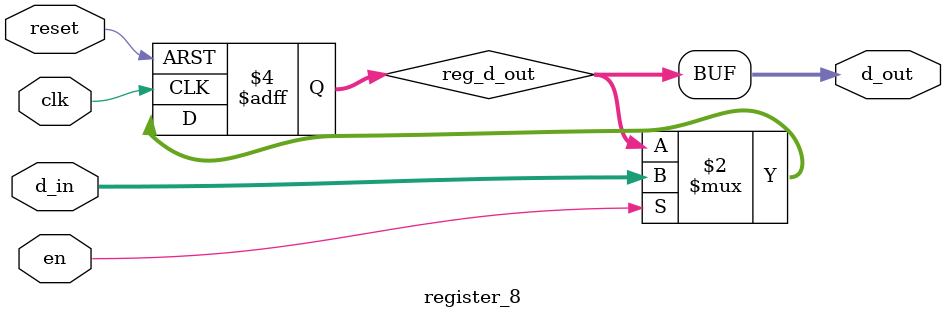
<source format=v>
module register_8 (
    input   wire [7:0]     d_in,
    input   wire            reset,
    input   wire            clk,
    input   wire            en,
    output  wire [7:0]     d_out
);
    reg [7:0] reg_d_out;
    always @(posedge clk or posedge reset) 
    begin
        if (reset) 
        begin
            reg_d_out <= 8'h00;
        end
        else 
        begin
            if (en) 
            begin
                reg_d_out <= d_in;
            end
        end
    end
    assign d_out = reg_d_out;
endmodule
</source>
